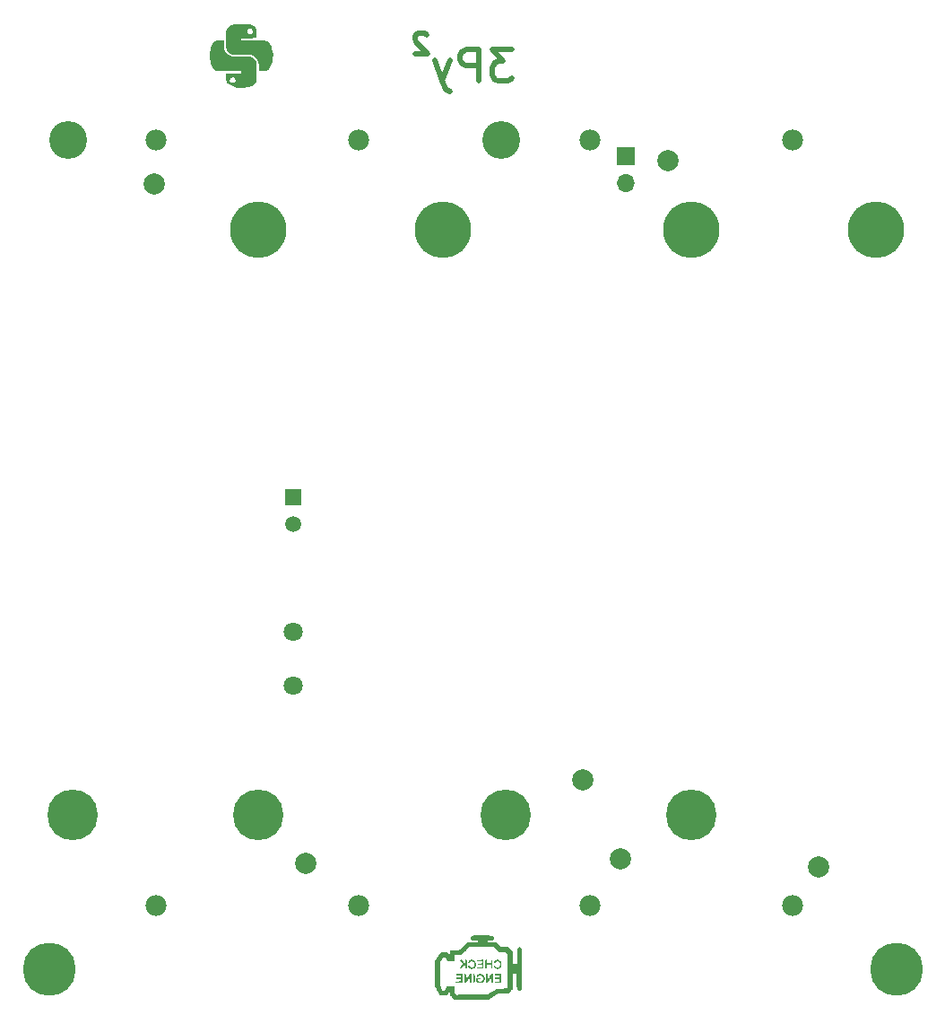
<source format=gbr>
%TF.GenerationSoftware,KiCad,Pcbnew,8.0.6*%
%TF.CreationDate,2024-11-09T21:19:23-05:00*%
%TF.ProjectId,battery_board_v2b,62617474-6572-4795-9f62-6f6172645f76,rev?*%
%TF.SameCoordinates,Original*%
%TF.FileFunction,Soldermask,Bot*%
%TF.FilePolarity,Negative*%
%FSLAX46Y46*%
G04 Gerber Fmt 4.6, Leading zero omitted, Abs format (unit mm)*
G04 Created by KiCad (PCBNEW 8.0.6) date 2024-11-09 21:19:23*
%MOMM*%
%LPD*%
G01*
G04 APERTURE LIST*
%ADD10C,0.500000*%
%ADD11C,0.000000*%
%ADD12C,5.000000*%
%ADD13C,2.000000*%
%ADD14R,1.700000X1.700000*%
%ADD15O,1.700000X1.700000*%
%ADD16R,1.508000X1.508000*%
%ADD17C,1.508000*%
%ADD18C,1.800000*%
%ADD19C,4.770000*%
%ADD20C,5.325000*%
%ADD21C,3.570000*%
%ADD22C,1.980000*%
G04 APERTURE END LIST*
D10*
X158278056Y-44742257D02*
X156420913Y-44742257D01*
X156420913Y-44742257D02*
X157420913Y-45885114D01*
X157420913Y-45885114D02*
X156992342Y-45885114D01*
X156992342Y-45885114D02*
X156706628Y-46027971D01*
X156706628Y-46027971D02*
X156563770Y-46170828D01*
X156563770Y-46170828D02*
X156420913Y-46456542D01*
X156420913Y-46456542D02*
X156420913Y-47170828D01*
X156420913Y-47170828D02*
X156563770Y-47456542D01*
X156563770Y-47456542D02*
X156706628Y-47599400D01*
X156706628Y-47599400D02*
X156992342Y-47742257D01*
X156992342Y-47742257D02*
X157849485Y-47742257D01*
X157849485Y-47742257D02*
X158135199Y-47599400D01*
X158135199Y-47599400D02*
X158278056Y-47456542D01*
X155135199Y-47742257D02*
X155135199Y-44742257D01*
X155135199Y-44742257D02*
X153992342Y-44742257D01*
X153992342Y-44742257D02*
X153706627Y-44885114D01*
X153706627Y-44885114D02*
X153563770Y-45027971D01*
X153563770Y-45027971D02*
X153420913Y-45313685D01*
X153420913Y-45313685D02*
X153420913Y-45742257D01*
X153420913Y-45742257D02*
X153563770Y-46027971D01*
X153563770Y-46027971D02*
X153706627Y-46170828D01*
X153706627Y-46170828D02*
X153992342Y-46313685D01*
X153992342Y-46313685D02*
X155135199Y-46313685D01*
X152420913Y-45742257D02*
X151706627Y-47742257D01*
X150992342Y-45742257D02*
X151706627Y-47742257D01*
X151706627Y-47742257D02*
X151992342Y-48456542D01*
X151992342Y-48456542D02*
X152135199Y-48599400D01*
X152135199Y-48599400D02*
X152420913Y-48742257D01*
X150279028Y-43387314D02*
X150183790Y-43292076D01*
X150183790Y-43292076D02*
X149993314Y-43196838D01*
X149993314Y-43196838D02*
X149517123Y-43196838D01*
X149517123Y-43196838D02*
X149326647Y-43292076D01*
X149326647Y-43292076D02*
X149231409Y-43387314D01*
X149231409Y-43387314D02*
X149136171Y-43577790D01*
X149136171Y-43577790D02*
X149136171Y-43768266D01*
X149136171Y-43768266D02*
X149231409Y-44053980D01*
X149231409Y-44053980D02*
X150374266Y-45196838D01*
X150374266Y-45196838D02*
X149136171Y-45196838D01*
D11*
%TO.C,G\u002A\u002A\u002A*%
G36*
X134174852Y-43117799D02*
G01*
X134177834Y-43266698D01*
X134185149Y-43684884D01*
X133463599Y-43690775D01*
X132742048Y-43696667D01*
X132742048Y-43875226D01*
X134996354Y-43897546D01*
X135123981Y-43957364D01*
X135176190Y-43983977D01*
X135335174Y-44096820D01*
X135467032Y-44243909D01*
X135570161Y-44423158D01*
X135642958Y-44632481D01*
X135702482Y-44919058D01*
X135733980Y-45244052D01*
X135724999Y-45568413D01*
X135675777Y-45901395D01*
X135626719Y-46104582D01*
X135553729Y-46313444D01*
X135464650Y-46483351D01*
X135358188Y-46616232D01*
X135233052Y-46714017D01*
X135087948Y-46778633D01*
X135041555Y-46788499D01*
X134949178Y-46798833D01*
X134828713Y-46805832D01*
X134689456Y-46808794D01*
X134382558Y-46810287D01*
X134382558Y-46446699D01*
X134381656Y-46329933D01*
X134375611Y-46167471D01*
X134362680Y-46035404D01*
X134341468Y-45925011D01*
X134310581Y-45827569D01*
X134268623Y-45734355D01*
X134263248Y-45724149D01*
X134186470Y-45613676D01*
X134080453Y-45503595D01*
X133957689Y-45405422D01*
X133830673Y-45330673D01*
X133679483Y-45259057D01*
X132764368Y-45247897D01*
X132554995Y-45245299D01*
X132365757Y-45242702D01*
X132212431Y-45240072D01*
X132090468Y-45237128D01*
X131995320Y-45233590D01*
X131922441Y-45229175D01*
X131867281Y-45223603D01*
X131825293Y-45216592D01*
X131791930Y-45207862D01*
X131762642Y-45197130D01*
X131732884Y-45184117D01*
X131641980Y-45130922D01*
X131531177Y-45037099D01*
X131433520Y-44924420D01*
X131362218Y-44806348D01*
X131355691Y-44791967D01*
X131344564Y-44764341D01*
X131335591Y-44733876D01*
X131328541Y-44695926D01*
X131323182Y-44645848D01*
X131319282Y-44578996D01*
X131316611Y-44490727D01*
X131314937Y-44376396D01*
X131314027Y-44231358D01*
X131313651Y-44050970D01*
X131313577Y-43830586D01*
X131313577Y-42995509D01*
X133294158Y-42995509D01*
X133295075Y-43091202D01*
X133334097Y-43190233D01*
X133337537Y-43195633D01*
X133391433Y-43254372D01*
X133456056Y-43296252D01*
X133510034Y-43315148D01*
X133603173Y-43323385D01*
X133685477Y-43291419D01*
X133765002Y-43217187D01*
X133773521Y-43206835D01*
X133811415Y-43147228D01*
X133826816Y-43082427D01*
X133824760Y-42993591D01*
X133816954Y-42946373D01*
X133779638Y-42873796D01*
X133705958Y-42813921D01*
X133645516Y-42785332D01*
X133548322Y-42770814D01*
X133458428Y-42790807D01*
X133381995Y-42839077D01*
X133325185Y-42909390D01*
X133294158Y-42995509D01*
X131313577Y-42995509D01*
X131313577Y-42960111D01*
X131368208Y-42849094D01*
X131377753Y-42830480D01*
X131475330Y-42690870D01*
X131605919Y-42569998D01*
X131759923Y-42476982D01*
X131844590Y-42441727D01*
X131974093Y-42402468D01*
X132123703Y-42373357D01*
X132299424Y-42353558D01*
X132507258Y-42342232D01*
X132753208Y-42338544D01*
X132823033Y-42338842D01*
X133124799Y-42349293D01*
X133385789Y-42374912D01*
X133607119Y-42416029D01*
X133789900Y-42472971D01*
X133935248Y-42546069D01*
X134044274Y-42635651D01*
X134118093Y-42742047D01*
X134133522Y-42775220D01*
X134148213Y-42815640D01*
X134158821Y-42862460D01*
X134166216Y-42923328D01*
X134171269Y-43005892D01*
X134173719Y-43082427D01*
X134174852Y-43117799D01*
G37*
G36*
X134173654Y-47615283D02*
G01*
X134168750Y-47670551D01*
X134162105Y-47712251D01*
X134153454Y-47745187D01*
X134142529Y-47774160D01*
X134129064Y-47803974D01*
X134065118Y-47905777D01*
X133967558Y-48012098D01*
X133850149Y-48107773D01*
X133724809Y-48181667D01*
X133631458Y-48220551D01*
X133496912Y-48266868D01*
X133348732Y-48310428D01*
X133203263Y-48346476D01*
X133076846Y-48370256D01*
X133068312Y-48371466D01*
X132840520Y-48390257D01*
X132606720Y-48385769D01*
X132373951Y-48359764D01*
X132149255Y-48314004D01*
X131939672Y-48250250D01*
X131752244Y-48170265D01*
X131594011Y-48075811D01*
X131472014Y-47968650D01*
X131466726Y-47962730D01*
X131407178Y-47887968D01*
X131363485Y-47811690D01*
X131333405Y-47725322D01*
X131324388Y-47674699D01*
X131664398Y-47674699D01*
X131687433Y-47762271D01*
X131740949Y-47838319D01*
X131826706Y-47894144D01*
X131858081Y-47906053D01*
X131956139Y-47922501D01*
X132041838Y-47898331D01*
X132123205Y-47831856D01*
X132154076Y-47792557D01*
X132193437Y-47699596D01*
X132197508Y-47603798D01*
X132169900Y-47513965D01*
X132114222Y-47438899D01*
X132034084Y-47387405D01*
X131933097Y-47368284D01*
X131841861Y-47383186D01*
X131760575Y-47429847D01*
X131702729Y-47499787D01*
X131670083Y-47584304D01*
X131664398Y-47674699D01*
X131324388Y-47674699D01*
X131314695Y-47620285D01*
X131305113Y-47488004D01*
X131302417Y-47319902D01*
X131302417Y-47011784D01*
X132022233Y-47005895D01*
X132742048Y-47000006D01*
X132748912Y-46905147D01*
X132755775Y-46810287D01*
X131620230Y-46810287D01*
X131547363Y-46810286D01*
X131284559Y-46810152D01*
X131061617Y-46809475D01*
X130874722Y-46807814D01*
X130720056Y-46804727D01*
X130593804Y-46799771D01*
X130492148Y-46792505D01*
X130411273Y-46782486D01*
X130347361Y-46769272D01*
X130296597Y-46752421D01*
X130255164Y-46731491D01*
X130219245Y-46706039D01*
X130185024Y-46675623D01*
X130148684Y-46639802D01*
X130102874Y-46588496D01*
X130011475Y-46451410D01*
X129929621Y-46282593D01*
X129859771Y-46090541D01*
X129804382Y-45883753D01*
X129765912Y-45670727D01*
X129746820Y-45459958D01*
X129749562Y-45259946D01*
X129765360Y-45095330D01*
X129803607Y-44843687D01*
X129856202Y-44614324D01*
X129921644Y-44411608D01*
X129998435Y-44239905D01*
X130085073Y-44103580D01*
X130180059Y-44007001D01*
X130202399Y-43990414D01*
X130262161Y-43952307D01*
X130324803Y-43924824D01*
X130398666Y-43906277D01*
X130492091Y-43894978D01*
X130613420Y-43889237D01*
X130770994Y-43887365D01*
X131121206Y-43886386D01*
X131128112Y-44316043D01*
X131135019Y-44745700D01*
X131206634Y-44896891D01*
X131266996Y-45005915D01*
X131392445Y-45162441D01*
X131546112Y-45286832D01*
X131723495Y-45375752D01*
X131920095Y-45425864D01*
X131958992Y-45429737D01*
X132046187Y-45434684D01*
X132166866Y-45439099D01*
X132314592Y-45442826D01*
X132482926Y-45445711D01*
X132665429Y-45447598D01*
X132855663Y-45448334D01*
X133638873Y-45448776D01*
X133775708Y-45517153D01*
X133799685Y-45529685D01*
X133942756Y-45630887D01*
X134057369Y-45760102D01*
X134136295Y-45909467D01*
X134146597Y-45938601D01*
X134156441Y-45973235D01*
X134164251Y-46013451D01*
X134170261Y-46064130D01*
X134174700Y-46130154D01*
X134177802Y-46216407D01*
X134179797Y-46327770D01*
X134180918Y-46469126D01*
X134181395Y-46645357D01*
X134181461Y-46861344D01*
X134181426Y-46967333D01*
X134181215Y-47162480D01*
X134180600Y-47320046D01*
X134179312Y-47444833D01*
X134177086Y-47541645D01*
X134174189Y-47603798D01*
X134173654Y-47615283D01*
G37*
G36*
X154749025Y-131976749D02*
G01*
X154767562Y-131983181D01*
X154770592Y-131987576D01*
X154773666Y-131998398D01*
X154776134Y-132016876D01*
X154778056Y-132044748D01*
X154779492Y-132083752D01*
X154780504Y-132135628D01*
X154781152Y-132202114D01*
X154781496Y-132284951D01*
X154781597Y-132385875D01*
X154781581Y-132414459D01*
X154781174Y-132524675D01*
X154780218Y-132616716D01*
X154778723Y-132690255D01*
X154776698Y-132744961D01*
X154774151Y-132780504D01*
X154771089Y-132796555D01*
X154766258Y-132803867D01*
X154754727Y-132811307D01*
X154734155Y-132814023D01*
X154699212Y-132813253D01*
X154637842Y-132810317D01*
X154637842Y-131977530D01*
X154695685Y-131974532D01*
X154716906Y-131974109D01*
X154749025Y-131976749D01*
G37*
G36*
X155943533Y-131974114D02*
G01*
X155968019Y-131977067D01*
X155991121Y-131982865D01*
X155991121Y-132256141D01*
X155991392Y-132326989D01*
X155992240Y-132393824D01*
X155993597Y-132449261D01*
X155995394Y-132491193D01*
X155997561Y-132517512D01*
X156000028Y-132526112D01*
X156003853Y-132522007D01*
X156017849Y-132503343D01*
X156040545Y-132471413D01*
X156070586Y-132428174D01*
X156106615Y-132375582D01*
X156147276Y-132315594D01*
X156191213Y-132250169D01*
X156373491Y-131977530D01*
X156430996Y-131974532D01*
X156451978Y-131974110D01*
X156484012Y-131976749D01*
X156502535Y-131983181D01*
X156506031Y-131988753D01*
X156508974Y-132000526D01*
X156511336Y-132020143D01*
X156513176Y-132049316D01*
X156514552Y-132089758D01*
X156515522Y-132143179D01*
X156516142Y-132211292D01*
X156516472Y-132295809D01*
X156516570Y-132398442D01*
X156516542Y-132434020D01*
X156516247Y-132519411D01*
X156515656Y-132597746D01*
X156514806Y-132666897D01*
X156513732Y-132724735D01*
X156512473Y-132769131D01*
X156511064Y-132797957D01*
X156509541Y-132809084D01*
X156500055Y-132811916D01*
X156475528Y-132813673D01*
X156442621Y-132813215D01*
X156382729Y-132810317D01*
X156377772Y-132527764D01*
X156372815Y-132245212D01*
X156351651Y-132274954D01*
X156348783Y-132279063D01*
X156334312Y-132300317D01*
X156311008Y-132334904D01*
X156280418Y-132380515D01*
X156244088Y-132434845D01*
X156203562Y-132495585D01*
X156160388Y-132560429D01*
X155990290Y-132816161D01*
X155857280Y-132810317D01*
X155857280Y-131977530D01*
X155901098Y-131974399D01*
X155910858Y-131973870D01*
X155943533Y-131974114D01*
G37*
G36*
X155545227Y-130642633D02*
G01*
X155578395Y-130643482D01*
X155594556Y-130644791D01*
X155619341Y-130650459D01*
X155621928Y-131062994D01*
X155624514Y-131475529D01*
X155597142Y-131478676D01*
X155595390Y-131478829D01*
X155575176Y-131479397D01*
X155538457Y-131479586D01*
X155488020Y-131479411D01*
X155426650Y-131478889D01*
X155357135Y-131478035D01*
X155282260Y-131476867D01*
X154994751Y-131471909D01*
X154995557Y-131414923D01*
X154996344Y-131390296D01*
X154998375Y-131364945D01*
X155001035Y-131353265D01*
X155003872Y-131352601D01*
X155023092Y-131351234D01*
X155057880Y-131349978D01*
X155105347Y-131348906D01*
X155162601Y-131348090D01*
X155226753Y-131347602D01*
X155256371Y-131347422D01*
X155318784Y-131346721D01*
X155373574Y-131345674D01*
X155417689Y-131344363D01*
X155448080Y-131342871D01*
X155461693Y-131341279D01*
X155463058Y-131340611D01*
X155469084Y-131331780D01*
X155472938Y-131312034D01*
X155474985Y-131278412D01*
X155475586Y-131227953D01*
X155475586Y-131119958D01*
X155273157Y-131119958D01*
X155260076Y-131119945D01*
X155198905Y-131119549D01*
X155144568Y-131118660D01*
X155100314Y-131117369D01*
X155069390Y-131115766D01*
X155055046Y-131113940D01*
X155045990Y-131105552D01*
X155040857Y-131085332D01*
X155039364Y-131049498D01*
X155039622Y-131023451D01*
X155040521Y-130999218D01*
X155041843Y-130989094D01*
X155043547Y-130988830D01*
X155060526Y-130987854D01*
X155093315Y-130986548D01*
X155139006Y-130985014D01*
X155194695Y-130983351D01*
X155257475Y-130981659D01*
X155470629Y-130976203D01*
X155470629Y-130777920D01*
X155014579Y-130768006D01*
X155014579Y-130649037D01*
X155292175Y-130644080D01*
X155298760Y-130643964D01*
X155371816Y-130642909D01*
X155439122Y-130642340D01*
X155497864Y-130642250D01*
X155545227Y-130642633D01*
G37*
G36*
X153408491Y-131972817D02*
G01*
X153470377Y-131973195D01*
X153525153Y-131973948D01*
X153569723Y-131975090D01*
X153600995Y-131976633D01*
X153615876Y-131978591D01*
X153619107Y-131980925D01*
X153622430Y-131987484D01*
X153625112Y-131999768D01*
X153627221Y-132019541D01*
X153628824Y-132048566D01*
X153629985Y-132088605D01*
X153630773Y-132141421D01*
X153631253Y-132208776D01*
X153631493Y-132292435D01*
X153631558Y-132394158D01*
X153631549Y-132424742D01*
X153631347Y-132525421D01*
X153630849Y-132608128D01*
X153630009Y-132674323D01*
X153628784Y-132725466D01*
X153627131Y-132763016D01*
X153625006Y-132788434D01*
X153622365Y-132803178D01*
X153619165Y-132808708D01*
X153618967Y-132808782D01*
X153604128Y-132810556D01*
X153572865Y-132811974D01*
X153528197Y-132813044D01*
X153473146Y-132813776D01*
X153410732Y-132814181D01*
X153343978Y-132814267D01*
X153275903Y-132814045D01*
X153209529Y-132813524D01*
X153147876Y-132812713D01*
X153093967Y-132811622D01*
X153050821Y-132810261D01*
X153021460Y-132808640D01*
X153008905Y-132806767D01*
X153004601Y-132802094D01*
X152999088Y-132779848D01*
X152998991Y-132739998D01*
X153002011Y-132681433D01*
X153477889Y-132671519D01*
X153477889Y-132453408D01*
X153051581Y-132443494D01*
X153048630Y-132381531D01*
X153047589Y-132352067D01*
X153047529Y-132327692D01*
X153048630Y-132317588D01*
X153050378Y-132317324D01*
X153067476Y-132316348D01*
X153100375Y-132315043D01*
X153146161Y-132313508D01*
X153201919Y-132311844D01*
X153264735Y-132310152D01*
X153477889Y-132304696D01*
X153480724Y-132208217D01*
X153483560Y-132111738D01*
X153252699Y-132109076D01*
X153021839Y-132106414D01*
X153018819Y-132047849D01*
X153018207Y-132027659D01*
X153020711Y-131995912D01*
X153028733Y-131981080D01*
X153035995Y-131979582D01*
X153061051Y-131977699D01*
X153100648Y-131976100D01*
X153151693Y-131974798D01*
X153211094Y-131973805D01*
X153275756Y-131973135D01*
X153342586Y-131972802D01*
X153408491Y-131972817D01*
G37*
G36*
X156980648Y-130633025D02*
G01*
X157050454Y-130649448D01*
X157127984Y-130683494D01*
X157192128Y-130732158D01*
X157242904Y-130795461D01*
X157280330Y-130873420D01*
X157304425Y-130966054D01*
X157308338Y-130989218D01*
X157313555Y-131028568D01*
X157314594Y-131061777D01*
X157311440Y-131097351D01*
X157304075Y-131143792D01*
X157284266Y-131227934D01*
X157250334Y-131311772D01*
X157204916Y-131379601D01*
X157148101Y-131431323D01*
X157079980Y-131466835D01*
X157000640Y-131486037D01*
X156934769Y-131490940D01*
X156846629Y-131484338D01*
X156768537Y-131461852D01*
X156701469Y-131423933D01*
X156646403Y-131371029D01*
X156604316Y-131303591D01*
X156593874Y-131280460D01*
X156578978Y-131236984D01*
X156577857Y-131205997D01*
X156591459Y-131185421D01*
X156620733Y-131173181D01*
X156666625Y-131167202D01*
X156686384Y-131166350D01*
X156701887Y-131169151D01*
X156713503Y-131179441D01*
X156725052Y-131200832D01*
X156740354Y-131236937D01*
X156770514Y-131286290D01*
X156813558Y-131323614D01*
X156865770Y-131347376D01*
X156923635Y-131356531D01*
X156983636Y-131350030D01*
X157042259Y-131326828D01*
X157079528Y-131300244D01*
X157113953Y-131258287D01*
X157137471Y-131203876D01*
X157150807Y-131135227D01*
X157154687Y-131050559D01*
X157154645Y-131045037D01*
X157153309Y-130993979D01*
X157149818Y-130956740D01*
X157143381Y-130927852D01*
X157133208Y-130901847D01*
X157106024Y-130853936D01*
X157064338Y-130808957D01*
X157012713Y-130780153D01*
X156949197Y-130766083D01*
X156933166Y-130764799D01*
X156870746Y-130768591D01*
X156819552Y-130788307D01*
X156778074Y-130824778D01*
X156744800Y-130878840D01*
X156723454Y-130924251D01*
X156667757Y-130917705D01*
X156662560Y-130917068D01*
X156619803Y-130908390D01*
X156594634Y-130894175D01*
X156586110Y-130872252D01*
X156593292Y-130840454D01*
X156615240Y-130796610D01*
X156627413Y-130776898D01*
X156679027Y-130716090D01*
X156742148Y-130670408D01*
X156814785Y-130640742D01*
X156894949Y-130627984D01*
X156980648Y-130633025D01*
G37*
G36*
X157056890Y-131972817D02*
G01*
X157118777Y-131973195D01*
X157173552Y-131973948D01*
X157218123Y-131975090D01*
X157249395Y-131976633D01*
X157264276Y-131978591D01*
X157267471Y-131980882D01*
X157270803Y-131987394D01*
X157273494Y-131999618D01*
X157275609Y-132019318D01*
X157277216Y-132048259D01*
X157278381Y-132088204D01*
X157279171Y-132140920D01*
X157279652Y-132208170D01*
X157279892Y-132291719D01*
X157279958Y-132393332D01*
X157279926Y-132433360D01*
X157279638Y-132519004D01*
X157279076Y-132597491D01*
X157278275Y-132666710D01*
X157277268Y-132724549D01*
X157276089Y-132768895D01*
X157274771Y-132797638D01*
X157273348Y-132808665D01*
X157272077Y-132809230D01*
X157255711Y-132811113D01*
X157223285Y-132812616D01*
X157177774Y-132813750D01*
X157122152Y-132814523D01*
X157059393Y-132814945D01*
X156992472Y-132815024D01*
X156924363Y-132814771D01*
X156858039Y-132814193D01*
X156796476Y-132813301D01*
X156742646Y-132812103D01*
X156699525Y-132810609D01*
X156670087Y-132808827D01*
X156657305Y-132806767D01*
X156653001Y-132802094D01*
X156647488Y-132779848D01*
X156647391Y-132739998D01*
X156650410Y-132681433D01*
X156890828Y-132678779D01*
X157131246Y-132676124D01*
X157131246Y-132448838D01*
X156915613Y-132446166D01*
X156699981Y-132443494D01*
X156696956Y-132390640D01*
X156696538Y-132373033D01*
X156699136Y-132342106D01*
X156705606Y-132323720D01*
X156706230Y-132323031D01*
X156714722Y-132318309D01*
X156731195Y-132314786D01*
X156758016Y-132312312D01*
X156797556Y-132310734D01*
X156852182Y-132309898D01*
X156924263Y-132309653D01*
X157131246Y-132309653D01*
X157131246Y-132111736D01*
X156900742Y-132109075D01*
X156670239Y-132106414D01*
X156667219Y-132047849D01*
X156666607Y-132027659D01*
X156669111Y-131995912D01*
X156677133Y-131981080D01*
X156684394Y-131979582D01*
X156709450Y-131977699D01*
X156749048Y-131976100D01*
X156800093Y-131974798D01*
X156859493Y-131973805D01*
X156924155Y-131973135D01*
X156990985Y-131972802D01*
X157056890Y-131972817D01*
G37*
G36*
X153898942Y-131973742D02*
G01*
X153923214Y-131978591D01*
X153927013Y-131981206D01*
X153930923Y-131988696D01*
X153933886Y-132002867D01*
X153936026Y-132025913D01*
X153937471Y-132060022D01*
X153938347Y-132107387D01*
X153938780Y-132170197D01*
X153938896Y-132250644D01*
X153938896Y-132251149D01*
X153939175Y-132321716D01*
X153939954Y-132385573D01*
X153941158Y-132440096D01*
X153942713Y-132482662D01*
X153944545Y-132510648D01*
X153946580Y-132521429D01*
X153950512Y-132518286D01*
X153964494Y-132501001D01*
X153987119Y-132470360D01*
X154017057Y-132428244D01*
X154052975Y-132376533D01*
X154093542Y-132317110D01*
X154137427Y-132251854D01*
X154320590Y-131977530D01*
X154369504Y-131974434D01*
X154384681Y-131973785D01*
X154417755Y-131974267D01*
X154441381Y-131977101D01*
X154464345Y-131982865D01*
X154464345Y-132393286D01*
X154464335Y-132424957D01*
X154464132Y-132525575D01*
X154463631Y-132608234D01*
X154462790Y-132674393D01*
X154461564Y-132725508D01*
X154459912Y-132763039D01*
X154457787Y-132788444D01*
X154455149Y-132803181D01*
X154451952Y-132808708D01*
X154430336Y-132813262D01*
X154399946Y-132814709D01*
X154368167Y-132813239D01*
X154342042Y-132809186D01*
X154328611Y-132802881D01*
X154328596Y-132802859D01*
X154326294Y-132789874D01*
X154323881Y-132759794D01*
X154321482Y-132715334D01*
X154319224Y-132659206D01*
X154317233Y-132594126D01*
X154315633Y-132522807D01*
X154310676Y-132255126D01*
X153937956Y-132815274D01*
X153875967Y-132815274D01*
X153847724Y-132814135D01*
X153818174Y-132809863D01*
X153802081Y-132803377D01*
X153801277Y-132801983D01*
X153798241Y-132784721D01*
X153795646Y-132750868D01*
X153793493Y-132703025D01*
X153791781Y-132643793D01*
X153790511Y-132575774D01*
X153789681Y-132501567D01*
X153789294Y-132423775D01*
X153789347Y-132344998D01*
X153789842Y-132267837D01*
X153790778Y-132194894D01*
X153792156Y-132128768D01*
X153793975Y-132072062D01*
X153796236Y-132027377D01*
X153798938Y-131997312D01*
X153802081Y-131984470D01*
X153810008Y-131980128D01*
X153834685Y-131974882D01*
X153866881Y-131972630D01*
X153898942Y-131973742D01*
G37*
G36*
X154544601Y-130630687D02*
G01*
X154620556Y-130645808D01*
X154691703Y-130674384D01*
X154754620Y-130716098D01*
X154805885Y-130770633D01*
X154829401Y-130805572D01*
X154855891Y-130857303D01*
X154873094Y-130912768D01*
X154882449Y-130977121D01*
X154885395Y-131055516D01*
X154885151Y-131101275D01*
X154883415Y-131144168D01*
X154879400Y-131177603D01*
X154872364Y-131207286D01*
X154861565Y-131238927D01*
X154847141Y-131275207D01*
X154820862Y-131328416D01*
X154790908Y-131371270D01*
X154753481Y-131409776D01*
X154748694Y-131414033D01*
X154699624Y-131449399D01*
X154645051Y-131472504D01*
X154578357Y-131486237D01*
X154551060Y-131489913D01*
X154525639Y-131493413D01*
X154513915Y-131495132D01*
X154513306Y-131495177D01*
X154499262Y-131494099D01*
X154471615Y-131491036D01*
X154435625Y-131486564D01*
X154424881Y-131485013D01*
X154347157Y-131463281D01*
X154279905Y-131424916D01*
X154224268Y-131370750D01*
X154181391Y-131301614D01*
X154173282Y-131283884D01*
X154157696Y-131240705D01*
X154155792Y-131209734D01*
X154168769Y-131188338D01*
X154197822Y-131173889D01*
X154244151Y-131163755D01*
X154260177Y-131161357D01*
X154279383Y-131161598D01*
X154290563Y-131171592D01*
X154301243Y-131195529D01*
X154319424Y-131237951D01*
X154338831Y-131273509D01*
X154359889Y-131299630D01*
X154386125Y-131321549D01*
X154400858Y-131330868D01*
X154453268Y-131350410D01*
X154512824Y-131356442D01*
X154573230Y-131348071D01*
X154616808Y-131329505D01*
X154661723Y-131292423D01*
X154697335Y-131241732D01*
X154722629Y-131180041D01*
X154736588Y-131109958D01*
X154738195Y-131034090D01*
X154726434Y-130955045D01*
X154716180Y-130915756D01*
X154704160Y-130884518D01*
X154687738Y-130858827D01*
X154663136Y-130831295D01*
X154647932Y-130816641D01*
X154598868Y-130783143D01*
X154543686Y-130766465D01*
X154478412Y-130765182D01*
X154455336Y-130768132D01*
X154401496Y-130786198D01*
X154359539Y-130819787D01*
X154327940Y-130869962D01*
X154303153Y-130924104D01*
X154250752Y-130917945D01*
X154238151Y-130916407D01*
X154201401Y-130910449D01*
X154179763Y-130902926D01*
X154169511Y-130891959D01*
X154166921Y-130875671D01*
X154167859Y-130865626D01*
X154178522Y-130831484D01*
X154198389Y-130791611D01*
X154224091Y-130752178D01*
X154252260Y-130719351D01*
X154261137Y-130711096D01*
X154322105Y-130669226D01*
X154391953Y-130642079D01*
X154467259Y-130629339D01*
X154544601Y-130630687D01*
G37*
G36*
X153986415Y-130640897D02*
G01*
X154014056Y-130646528D01*
X154029331Y-130655507D01*
X154030016Y-130657914D01*
X154031729Y-130677172D01*
X154033184Y-130713280D01*
X154034349Y-130764058D01*
X154035193Y-130827328D01*
X154035682Y-130900910D01*
X154035785Y-130982624D01*
X154035470Y-131070292D01*
X154033080Y-131471719D01*
X154003338Y-131478374D01*
X153982406Y-131480953D01*
X153949209Y-131480698D01*
X153917678Y-131476964D01*
X153896836Y-131470424D01*
X153896102Y-131469330D01*
X153893444Y-131453792D01*
X153891292Y-131423170D01*
X153889851Y-131381243D01*
X153889325Y-131331789D01*
X153889325Y-131197797D01*
X153789619Y-131095173D01*
X153761895Y-131127418D01*
X153759240Y-131130596D01*
X153741387Y-131153856D01*
X153716184Y-131188571D01*
X153686599Y-131230598D01*
X153655601Y-131275793D01*
X153650362Y-131283521D01*
X153618262Y-131330253D01*
X153587230Y-131374505D01*
X153560574Y-131411604D01*
X153541602Y-131436874D01*
X153506174Y-131481824D01*
X153427590Y-131476867D01*
X153387091Y-131473329D01*
X153361363Y-131467059D01*
X153350532Y-131455568D01*
X153354011Y-131436325D01*
X153371214Y-131406796D01*
X153401553Y-131364449D01*
X153446028Y-131304243D01*
X153498950Y-131232269D01*
X153546849Y-131166754D01*
X153588589Y-131109272D01*
X153623032Y-131061397D01*
X153649042Y-131024703D01*
X153665482Y-131000763D01*
X153671214Y-130991151D01*
X153669989Y-130989224D01*
X153657930Y-130975666D01*
X153634631Y-130951154D01*
X153602116Y-130917774D01*
X153562413Y-130877616D01*
X153517545Y-130832767D01*
X153498720Y-130813959D01*
X153455618Y-130770145D01*
X153418542Y-130731407D01*
X153389533Y-130699938D01*
X153370631Y-130677932D01*
X153363876Y-130667583D01*
X153364509Y-130660919D01*
X153369964Y-130652916D01*
X153384130Y-130647930D01*
X153410713Y-130644942D01*
X153453419Y-130642930D01*
X153527460Y-130640276D01*
X153700133Y-130815675D01*
X153737448Y-130853383D01*
X153781999Y-130897849D01*
X153820610Y-130935765D01*
X153851308Y-130965217D01*
X153872117Y-130984291D01*
X153881066Y-130991074D01*
X153883242Y-130985089D01*
X153885668Y-130962256D01*
X153887595Y-130925367D01*
X153888866Y-130877639D01*
X153889325Y-130822289D01*
X153889325Y-130820515D01*
X153889415Y-130759512D01*
X153889925Y-130715354D01*
X153891223Y-130685129D01*
X153893675Y-130665925D01*
X153897650Y-130654832D01*
X153903513Y-130648939D01*
X153911632Y-130645334D01*
X153923136Y-130642190D01*
X153953683Y-130639241D01*
X153986415Y-130640897D01*
G37*
G36*
X155914286Y-130642911D02*
G01*
X155915973Y-130643090D01*
X155922055Y-130646012D01*
X155926334Y-130654536D01*
X155929120Y-130671507D01*
X155930725Y-130699769D01*
X155931460Y-130742168D01*
X155931636Y-130801549D01*
X155931684Y-130849595D01*
X155932099Y-130895121D01*
X155933289Y-130926152D01*
X155935662Y-130945672D01*
X155939623Y-130956664D01*
X155945581Y-130962112D01*
X155953943Y-130964997D01*
X155960911Y-130966123D01*
X155987138Y-130968061D01*
X156027045Y-130969630D01*
X156076611Y-130970693D01*
X156131812Y-130971111D01*
X156172471Y-130970974D01*
X156226302Y-130969888D01*
X156263434Y-130967603D01*
X156285816Y-130963974D01*
X156295395Y-130958853D01*
X156296719Y-130954923D01*
X156299647Y-130933485D01*
X156302291Y-130897751D01*
X156304404Y-130851555D01*
X156305739Y-130798730D01*
X156306202Y-130773624D01*
X156307532Y-130724591D01*
X156309192Y-130684623D01*
X156311015Y-130657305D01*
X156312834Y-130646228D01*
X156320424Y-130644309D01*
X156343215Y-130642802D01*
X156374953Y-130642728D01*
X156402093Y-130644222D01*
X156429750Y-130650061D01*
X156444985Y-130661207D01*
X156445557Y-130662084D01*
X156448753Y-130672004D01*
X156451294Y-130690681D01*
X156453218Y-130719694D01*
X156454562Y-130760626D01*
X156455364Y-130815058D01*
X156455662Y-130884570D01*
X156455495Y-130970744D01*
X156454899Y-131075162D01*
X156452128Y-131471909D01*
X156380250Y-131474822D01*
X156308373Y-131477735D01*
X156306420Y-131405423D01*
X156305751Y-131365400D01*
X156305658Y-131309476D01*
X156306367Y-131258756D01*
X156306578Y-131216221D01*
X156305286Y-131173978D01*
X156302755Y-131142265D01*
X156297244Y-131100130D01*
X156120458Y-131100130D01*
X156106996Y-131100136D01*
X156046145Y-131100436D01*
X156001929Y-131101354D01*
X155971659Y-131103120D01*
X155952649Y-131105964D01*
X155942209Y-131110118D01*
X155937654Y-131115812D01*
X155936073Y-131125994D01*
X155934304Y-131153858D01*
X155932898Y-131195129D01*
X155931971Y-131246222D01*
X155931636Y-131303552D01*
X155931636Y-131475610D01*
X155899415Y-131479574D01*
X155870782Y-131481206D01*
X155835246Y-131478825D01*
X155806300Y-131472438D01*
X155790511Y-131463044D01*
X155790020Y-131461412D01*
X155788448Y-131443850D01*
X155787002Y-131409301D01*
X155785723Y-131359950D01*
X155784651Y-131297983D01*
X155783825Y-131225582D01*
X155783287Y-131144934D01*
X155783076Y-131058223D01*
X155782924Y-130664365D01*
X155805231Y-130651131D01*
X155805696Y-130650857D01*
X155820928Y-130644128D01*
X155840746Y-130640814D01*
X155870186Y-130640535D01*
X155914286Y-130642911D01*
G37*
G36*
X155373841Y-131968248D02*
G01*
X155414091Y-131974210D01*
X155449413Y-131984253D01*
X155487588Y-132000073D01*
X155493851Y-132003003D01*
X155559902Y-132043248D01*
X155614849Y-132094137D01*
X155654436Y-132151803D01*
X155655833Y-132154562D01*
X155691848Y-132246459D01*
X155710645Y-132342481D01*
X155712162Y-132439249D01*
X155696337Y-132533386D01*
X155663109Y-132621516D01*
X155653529Y-132638978D01*
X155608945Y-132696828D01*
X155550116Y-132747639D01*
X155481204Y-132788266D01*
X155406369Y-132815565D01*
X155392054Y-132817969D01*
X155357709Y-132820579D01*
X155313575Y-132821709D01*
X155265696Y-132821119D01*
X155253918Y-132820730D01*
X155208491Y-132818565D01*
X155174796Y-132814723D01*
X155146155Y-132807665D01*
X155115892Y-132795855D01*
X155077327Y-132777755D01*
X155061671Y-132770035D01*
X155022161Y-132749377D01*
X154988787Y-132730366D01*
X154967487Y-132716322D01*
X154940223Y-132694865D01*
X154940223Y-132537308D01*
X154940243Y-132511168D01*
X154940579Y-132458876D01*
X154941612Y-132422120D01*
X154943697Y-132397839D01*
X154947194Y-132382973D01*
X154952459Y-132374462D01*
X154959849Y-132369246D01*
X154961925Y-132368359D01*
X154983837Y-132364561D01*
X155023124Y-132362089D01*
X155077765Y-132361028D01*
X155145739Y-132361462D01*
X155312003Y-132364181D01*
X155312003Y-132493065D01*
X155088935Y-132498671D01*
X155088935Y-132623260D01*
X155149825Y-132652347D01*
X155153332Y-132654013D01*
X155186663Y-132668329D01*
X155216358Y-132676606D01*
X155250222Y-132680384D01*
X155296059Y-132681203D01*
X155303847Y-132681168D01*
X155346465Y-132679903D01*
X155377261Y-132675835D01*
X155403171Y-132667548D01*
X155431132Y-132653626D01*
X155456714Y-132637479D01*
X155502983Y-132592470D01*
X155535537Y-132533915D01*
X155554953Y-132460916D01*
X155558119Y-132437370D01*
X155559538Y-132361384D01*
X155547985Y-132290447D01*
X155524690Y-132227275D01*
X155490882Y-132174579D01*
X155447790Y-132135073D01*
X155396643Y-132111470D01*
X155378852Y-132107588D01*
X155336276Y-132102351D01*
X155289686Y-132100333D01*
X155246904Y-132101736D01*
X155215755Y-132106765D01*
X155213678Y-132107418D01*
X155170727Y-132130497D01*
X155131927Y-132168284D01*
X155102322Y-132215926D01*
X155078447Y-132268075D01*
X155023319Y-132255260D01*
X154999948Y-132249505D01*
X154970025Y-132239147D01*
X154955349Y-132226366D01*
X154953070Y-132207753D01*
X154960339Y-132179897D01*
X154982681Y-132126583D01*
X155025384Y-132064781D01*
X155081354Y-132017560D01*
X155150327Y-131985076D01*
X155232040Y-131967483D01*
X155326231Y-131964935D01*
X155373841Y-131968248D01*
G37*
G36*
X158357912Y-133257795D02*
G01*
X158356453Y-133308815D01*
X158354768Y-133347424D01*
X158352833Y-133374723D01*
X158350626Y-133391812D01*
X158348125Y-133399792D01*
X158347380Y-133400779D01*
X158335365Y-133414474D01*
X158311742Y-133440087D01*
X158278387Y-133475632D01*
X158237174Y-133519118D01*
X158189979Y-133568558D01*
X158138675Y-133621963D01*
X157941565Y-133826515D01*
X156953683Y-133826515D01*
X156836746Y-133904378D01*
X156834233Y-133906051D01*
X156793630Y-133932996D01*
X156740175Y-133968356D01*
X156677325Y-134009850D01*
X156608540Y-134055195D01*
X156537278Y-134102111D01*
X156466999Y-134148314D01*
X156449667Y-134159703D01*
X156383991Y-134202914D01*
X156321744Y-134243953D01*
X156265558Y-134281079D01*
X156218061Y-134312553D01*
X156181885Y-134336635D01*
X156159661Y-134351585D01*
X156131724Y-134370071D01*
X156106897Y-134385363D01*
X156092742Y-134392680D01*
X156085211Y-134393016D01*
X156058799Y-134393387D01*
X156014463Y-134393708D01*
X155953251Y-134393979D01*
X155876216Y-134394200D01*
X155784409Y-134394370D01*
X155678881Y-134394488D01*
X155560683Y-134394555D01*
X155430865Y-134394569D01*
X155290480Y-134394529D01*
X155140578Y-134394437D01*
X154982211Y-134394290D01*
X154816428Y-134394088D01*
X154644283Y-134393831D01*
X154466824Y-134393518D01*
X152853299Y-134390458D01*
X152788768Y-134324119D01*
X152761976Y-134296343D01*
X152724478Y-134257122D01*
X152680261Y-134210635D01*
X152632789Y-134160527D01*
X152585529Y-134110440D01*
X152551896Y-134074770D01*
X152511218Y-134030941D01*
X152481114Y-133995729D01*
X152459978Y-133965446D01*
X152446206Y-133936399D01*
X152438195Y-133904898D01*
X152434340Y-133867253D01*
X152433037Y-133819774D01*
X152432683Y-133758769D01*
X152432446Y-133733668D01*
X152431215Y-133687883D01*
X152428826Y-133658615D01*
X152425025Y-133643549D01*
X152419556Y-133640374D01*
X152417286Y-133642010D01*
X152404332Y-133656578D01*
X152382654Y-133684119D01*
X152354082Y-133722211D01*
X152320447Y-133768430D01*
X152283578Y-133820356D01*
X152159994Y-133996457D01*
X151822571Y-133990235D01*
X151762904Y-133989073D01*
X151686259Y-133987392D01*
X151617158Y-133985663D01*
X151558057Y-133983958D01*
X151511413Y-133982350D01*
X151479682Y-133980910D01*
X151465321Y-133979712D01*
X151461273Y-133978245D01*
X151444019Y-133963087D01*
X151428533Y-133938142D01*
X151424475Y-133929328D01*
X151411361Y-133901182D01*
X151392015Y-133859880D01*
X151367875Y-133808490D01*
X151340383Y-133750079D01*
X151310979Y-133687717D01*
X151296215Y-133656425D01*
X151266359Y-133593091D01*
X151238452Y-133533824D01*
X151214124Y-133482089D01*
X151195005Y-133441352D01*
X151182725Y-133415079D01*
X151169090Y-133385868D01*
X151148469Y-133341879D01*
X151124858Y-133291648D01*
X151101142Y-133241320D01*
X151047218Y-133127045D01*
X151041106Y-131911186D01*
X151035737Y-130843196D01*
X151490106Y-130843196D01*
X151490106Y-132968278D01*
X151604353Y-133236292D01*
X151612246Y-133254794D01*
X151641069Y-133322117D01*
X151667363Y-133383168D01*
X151690086Y-133435549D01*
X151708194Y-133476865D01*
X151720646Y-133504719D01*
X151726397Y-133516715D01*
X151740549Y-133523705D01*
X151773984Y-133528783D01*
X151825928Y-133531587D01*
X151917664Y-133534048D01*
X151969522Y-133449778D01*
X151987442Y-133420551D01*
X152019145Y-133368542D01*
X152052924Y-133312850D01*
X152083959Y-133261410D01*
X152084253Y-133260920D01*
X152109433Y-133219876D01*
X152131877Y-133184802D01*
X152149147Y-133159406D01*
X152158810Y-133147397D01*
X152167420Y-133145983D01*
X152193619Y-133144772D01*
X152234466Y-133144051D01*
X152287143Y-133143781D01*
X152348828Y-133143921D01*
X152416703Y-133144432D01*
X152487947Y-133145274D01*
X152559742Y-133146407D01*
X152629266Y-133147791D01*
X152693702Y-133149387D01*
X152750228Y-133151153D01*
X152796025Y-133153052D01*
X152828273Y-133155042D01*
X152844153Y-133157084D01*
X152846570Y-133161865D01*
X152850482Y-133185325D01*
X152854538Y-133227911D01*
X152858707Y-133289197D01*
X152862956Y-133368756D01*
X152867254Y-133466161D01*
X152879673Y-133771988D01*
X152940842Y-133833725D01*
X152948611Y-133841486D01*
X152982055Y-133873403D01*
X153013773Y-133901647D01*
X153037804Y-133920863D01*
X153073597Y-133946262D01*
X153360013Y-133943756D01*
X153365285Y-133943710D01*
X153416347Y-133943278D01*
X153485334Y-133942711D01*
X153570562Y-133942023D01*
X153670348Y-133941227D01*
X153783009Y-133940336D01*
X153906862Y-133939363D01*
X154040224Y-133938321D01*
X154181412Y-133937224D01*
X154328743Y-133936085D01*
X154480534Y-133934916D01*
X154635102Y-133933732D01*
X154790763Y-133932545D01*
X154956463Y-133931269D01*
X155114624Y-133930008D01*
X155255059Y-133928822D01*
X155378850Y-133927688D01*
X155487082Y-133926583D01*
X155580837Y-133925483D01*
X155661198Y-133924365D01*
X155729250Y-133923205D01*
X155786075Y-133921980D01*
X155832757Y-133920665D01*
X155870379Y-133919238D01*
X155900024Y-133917675D01*
X155922777Y-133915953D01*
X155939720Y-133914047D01*
X155951937Y-133911935D01*
X155960510Y-133909592D01*
X155966525Y-133906996D01*
X155976113Y-133901648D01*
X156004711Y-133884835D01*
X156041626Y-133862453D01*
X156081285Y-133837858D01*
X156100781Y-133825653D01*
X156145750Y-133797619D01*
X156199583Y-133764164D01*
X156257152Y-133728472D01*
X156313330Y-133693729D01*
X156317295Y-133691280D01*
X156374211Y-133656081D01*
X156442025Y-133614074D01*
X156515251Y-133568661D01*
X156588404Y-133523243D01*
X156655998Y-133481223D01*
X156849954Y-133360551D01*
X157112048Y-133359593D01*
X157149791Y-133359401D01*
X157237807Y-133358614D01*
X157329500Y-133357401D01*
X157418995Y-133355857D01*
X157500414Y-133354077D01*
X157567881Y-133352158D01*
X157761621Y-133345680D01*
X157894623Y-133226710D01*
X157894171Y-131645407D01*
X157893720Y-130064103D01*
X157814945Y-129981001D01*
X157736170Y-129897898D01*
X157086632Y-129901304D01*
X156863647Y-129677844D01*
X156640661Y-129454384D01*
X154208946Y-129454384D01*
X153967344Y-129704542D01*
X153936518Y-129736458D01*
X153872465Y-129802758D01*
X153808365Y-129869087D01*
X153746982Y-129932588D01*
X153691080Y-129990401D01*
X153643422Y-130039667D01*
X153606773Y-130077526D01*
X153487803Y-130200352D01*
X153183995Y-130195435D01*
X153152245Y-130194955D01*
X153078664Y-130194121D01*
X153012426Y-130193750D01*
X152956025Y-130193834D01*
X152911958Y-130194362D01*
X152882722Y-130195324D01*
X152870814Y-130196709D01*
X152870722Y-130196781D01*
X152867878Y-130208601D01*
X152864634Y-130237520D01*
X152861177Y-130280913D01*
X152857691Y-130336153D01*
X152854364Y-130400613D01*
X152851380Y-130471668D01*
X152851317Y-130473347D01*
X152848405Y-130544614D01*
X152845307Y-130609523D01*
X152842187Y-130665383D01*
X152839208Y-130709501D01*
X152836535Y-130739185D01*
X152834331Y-130751743D01*
X152833375Y-130752655D01*
X152820993Y-130755995D01*
X152794243Y-130758640D01*
X152752033Y-130760628D01*
X152693273Y-130761999D01*
X152616872Y-130762793D01*
X152521740Y-130763049D01*
X152216137Y-130763049D01*
X152160893Y-130676301D01*
X152139065Y-130641860D01*
X152105744Y-130588914D01*
X152070509Y-130532606D01*
X152038100Y-130480497D01*
X151970551Y-130371441D01*
X151904012Y-130368514D01*
X151897928Y-130368268D01*
X151852861Y-130368953D01*
X151821028Y-130376397D01*
X151796918Y-130392817D01*
X151775022Y-130420432D01*
X151769797Y-130428242D01*
X151752692Y-130453706D01*
X151727418Y-130491266D01*
X151695864Y-130538115D01*
X151659917Y-130591449D01*
X151621468Y-130648464D01*
X151490106Y-130843196D01*
X151035737Y-130843196D01*
X151034994Y-130695326D01*
X151146059Y-130535915D01*
X151173208Y-130496904D01*
X151222236Y-130426306D01*
X151274732Y-130350566D01*
X151325948Y-130276538D01*
X151371136Y-130211076D01*
X151371329Y-130210796D01*
X151409453Y-130155498D01*
X151446877Y-130101249D01*
X151480964Y-130051870D01*
X151509077Y-130011179D01*
X151528579Y-129982998D01*
X151572008Y-129920348D01*
X152210796Y-129920348D01*
X152313779Y-130049284D01*
X152339409Y-130080882D01*
X152371654Y-130119140D01*
X152398470Y-130149224D01*
X152417612Y-130168638D01*
X152426834Y-130174889D01*
X152427304Y-130174621D01*
X152430800Y-130164861D01*
X152434146Y-130140825D01*
X152437396Y-130101588D01*
X152440606Y-130046223D01*
X152443830Y-129973806D01*
X152447123Y-129883411D01*
X152450539Y-129774115D01*
X152451776Y-129731980D01*
X152868822Y-129731980D01*
X152952831Y-129731868D01*
X153057738Y-129731306D01*
X153143664Y-129730259D01*
X153211107Y-129728716D01*
X153260566Y-129726663D01*
X153292538Y-129724087D01*
X153307522Y-129720977D01*
X153309583Y-129719585D01*
X153324794Y-129706439D01*
X153352156Y-129681048D01*
X153390261Y-129644773D01*
X153437704Y-129598977D01*
X153493079Y-129545022D01*
X153554980Y-129484268D01*
X153622001Y-129418079D01*
X153692736Y-129347817D01*
X154056295Y-128985659D01*
X154547330Y-128990536D01*
X154580940Y-128990865D01*
X154688727Y-128991829D01*
X154778687Y-128992442D01*
X154852379Y-128992675D01*
X154911364Y-128992498D01*
X154957203Y-128991883D01*
X154991456Y-128990799D01*
X155015684Y-128989217D01*
X155031447Y-128987108D01*
X155040306Y-128984442D01*
X155043821Y-128981191D01*
X155046502Y-128965456D01*
X155048510Y-128935930D01*
X155049278Y-128899547D01*
X155049278Y-128832123D01*
X154808861Y-128825326D01*
X154764458Y-128823922D01*
X154698429Y-128821271D01*
X154639485Y-128818237D01*
X154590813Y-128815016D01*
X154555596Y-128811800D01*
X154537018Y-128808784D01*
X154522344Y-128802269D01*
X154489899Y-128778496D01*
X154456102Y-128744195D01*
X154425532Y-128704309D01*
X154402764Y-128663782D01*
X154391699Y-128630605D01*
X154387012Y-128570760D01*
X154399429Y-128510217D01*
X154427959Y-128452742D01*
X154471613Y-128402099D01*
X154472644Y-128401169D01*
X154491514Y-128385414D01*
X154509707Y-128374648D01*
X154532326Y-128367151D01*
X154564477Y-128361208D01*
X154611261Y-128355100D01*
X154637667Y-128352986D01*
X154683476Y-128350918D01*
X154745127Y-128349086D01*
X154820547Y-128347491D01*
X154907663Y-128346136D01*
X155004403Y-128345023D01*
X155108691Y-128344153D01*
X155218456Y-128343530D01*
X155331624Y-128343155D01*
X155446122Y-128343031D01*
X155559877Y-128343158D01*
X155670814Y-128343540D01*
X155776862Y-128344178D01*
X155875947Y-128345075D01*
X155965995Y-128346233D01*
X156044934Y-128347653D01*
X156110690Y-128349338D01*
X156161190Y-128351290D01*
X156194360Y-128353510D01*
X156213821Y-128355332D01*
X156268037Y-128359574D01*
X156320766Y-128362700D01*
X156362901Y-128364134D01*
X156399834Y-128365936D01*
X156438685Y-128370524D01*
X156466641Y-128376782D01*
X156478021Y-128381825D01*
X156511208Y-128407353D01*
X156543349Y-128445868D01*
X156570887Y-128492594D01*
X156590263Y-128542751D01*
X156598547Y-128574765D01*
X156601170Y-128598671D01*
X156597229Y-128621620D01*
X156586403Y-128652822D01*
X156578240Y-128672202D01*
X156557844Y-128710913D01*
X156536532Y-128742251D01*
X156519202Y-128761255D01*
X156499701Y-128776921D01*
X156476062Y-128789049D01*
X156445670Y-128798231D01*
X156405911Y-128805058D01*
X156354168Y-128810120D01*
X156287828Y-128814007D01*
X156204275Y-128817312D01*
X155986164Y-128824837D01*
X155989696Y-128904150D01*
X155990086Y-128911838D01*
X155993544Y-128949834D01*
X155998650Y-128977764D01*
X156004568Y-128990747D01*
X156009396Y-128991667D01*
X156032134Y-128993153D01*
X156071364Y-128994514D01*
X156124987Y-128995713D01*
X156190905Y-128996715D01*
X156267021Y-128997484D01*
X156351234Y-128997985D01*
X156441447Y-128998182D01*
X156866987Y-128998334D01*
X157090822Y-129221306D01*
X157314657Y-129444279D01*
X157929333Y-129445275D01*
X158132573Y-129637480D01*
X158335812Y-129829686D01*
X158341946Y-130055950D01*
X158342658Y-130083583D01*
X158344495Y-130167593D01*
X158346191Y-130262334D01*
X158347646Y-130361205D01*
X158348759Y-130457606D01*
X158349427Y-130544938D01*
X158349814Y-130598395D01*
X158350749Y-130676687D01*
X158352047Y-130752231D01*
X158353618Y-130820756D01*
X158355375Y-130877992D01*
X158357228Y-130919670D01*
X158363681Y-131031678D01*
X158567858Y-131028726D01*
X158772034Y-131025774D01*
X158768714Y-130535024D01*
X158768339Y-130462344D01*
X158768265Y-130330062D01*
X158768967Y-130203590D01*
X158770399Y-130084487D01*
X158772515Y-129974308D01*
X158775267Y-129874611D01*
X158778610Y-129786953D01*
X158782497Y-129712892D01*
X158786882Y-129653984D01*
X158791718Y-129611787D01*
X158796959Y-129587858D01*
X158805322Y-129572938D01*
X158825071Y-129546980D01*
X158850167Y-129519484D01*
X158863683Y-129506473D01*
X158920903Y-129462920D01*
X158977312Y-129439097D01*
X159033304Y-129434959D01*
X159089273Y-129450459D01*
X159145616Y-129485554D01*
X159149217Y-129488445D01*
X159179114Y-129517155D01*
X159201071Y-129549894D01*
X159216638Y-129590593D01*
X159227366Y-129643182D01*
X159234807Y-129711593D01*
X159235749Y-129730880D01*
X159236827Y-129770163D01*
X159237925Y-129827139D01*
X159239036Y-129900686D01*
X159240150Y-129989678D01*
X159241258Y-130092991D01*
X159242350Y-130209502D01*
X159243417Y-130338087D01*
X159244451Y-130477621D01*
X159245440Y-130626981D01*
X159246377Y-130785042D01*
X159247253Y-130950681D01*
X159248057Y-131122774D01*
X159248780Y-131300196D01*
X159249414Y-131481824D01*
X159249721Y-131579622D01*
X159250369Y-131803151D01*
X159250873Y-132008014D01*
X159251222Y-132195034D01*
X159251404Y-132365033D01*
X159251407Y-132518833D01*
X159251221Y-132657257D01*
X159250833Y-132781128D01*
X159250234Y-132891269D01*
X159249410Y-132988501D01*
X159248351Y-133073647D01*
X159247045Y-133147531D01*
X159245482Y-133210973D01*
X159243649Y-133264798D01*
X159241536Y-133309828D01*
X159239130Y-133346885D01*
X159236421Y-133376791D01*
X159233397Y-133400370D01*
X159230047Y-133418444D01*
X159226360Y-133431835D01*
X159222323Y-133441366D01*
X159221033Y-133443711D01*
X159195715Y-133478746D01*
X159159860Y-133516375D01*
X159119978Y-133550392D01*
X159082578Y-133574592D01*
X159042918Y-133590893D01*
X158992580Y-133598210D01*
X158944437Y-133587883D01*
X158896328Y-133559339D01*
X158846092Y-133512007D01*
X158841938Y-133507495D01*
X158825962Y-133490546D01*
X158812120Y-133475604D01*
X158800260Y-133461212D01*
X158790230Y-133445916D01*
X158781878Y-133428259D01*
X158775051Y-133406786D01*
X158769596Y-133380041D01*
X158765362Y-133346569D01*
X158762197Y-133304914D01*
X158759948Y-133253621D01*
X158758462Y-133191233D01*
X158757588Y-133116296D01*
X158757174Y-133027354D01*
X158757066Y-132922951D01*
X158757113Y-132801631D01*
X158757163Y-132661939D01*
X158757163Y-131952326D01*
X158365555Y-131957702D01*
X158363010Y-132669937D01*
X158362583Y-132778015D01*
X158361923Y-132907596D01*
X158361149Y-133019264D01*
X158360237Y-133114120D01*
X158359165Y-133193263D01*
X158358516Y-133226710D01*
X158357912Y-133257795D01*
G37*
%TD*%
D12*
%TO.C,*%
X194573162Y-131529322D03*
%TD*%
D13*
%TO.C,TP4*%
X173000000Y-55250000D03*
%TD*%
%TO.C,TP3*%
X138850000Y-121525000D03*
%TD*%
%TO.C,TP5*%
X168575000Y-121100000D03*
%TD*%
D12*
%TO.C,*%
X114573162Y-131529322D03*
%TD*%
D14*
%TO.C,J18*%
X169025000Y-54782400D03*
D15*
X169025000Y-57322400D03*
%TD*%
D13*
%TO.C,TP6*%
X124500000Y-57475000D03*
%TD*%
%TO.C,TP2*%
X164973000Y-113665000D03*
%TD*%
%TO.C,TP1*%
X187225000Y-121850000D03*
%TD*%
D16*
%TO.C,K1*%
X137632500Y-87010000D03*
D17*
X137632500Y-89550000D03*
D18*
X137632500Y-104790000D03*
X137632500Y-99710000D03*
%TD*%
D19*
%TO.C,U8*%
X134298500Y-116975000D03*
X116768500Y-116975000D03*
D20*
X134298500Y-61775000D03*
X151768500Y-61775000D03*
D21*
X116348500Y-53265000D03*
D22*
X124718500Y-125485000D03*
X143848500Y-125485000D03*
X124718500Y-53265000D03*
X143848500Y-53265000D03*
%TD*%
D19*
%TO.C,U7*%
X175220000Y-116980000D03*
X157690000Y-116980000D03*
D20*
X175220000Y-61780000D03*
X192690000Y-61780000D03*
D21*
X157270000Y-53270000D03*
D22*
X165640000Y-125490000D03*
X184770000Y-125490000D03*
X165640000Y-53270000D03*
X184770000Y-53270000D03*
%TD*%
M02*

</source>
